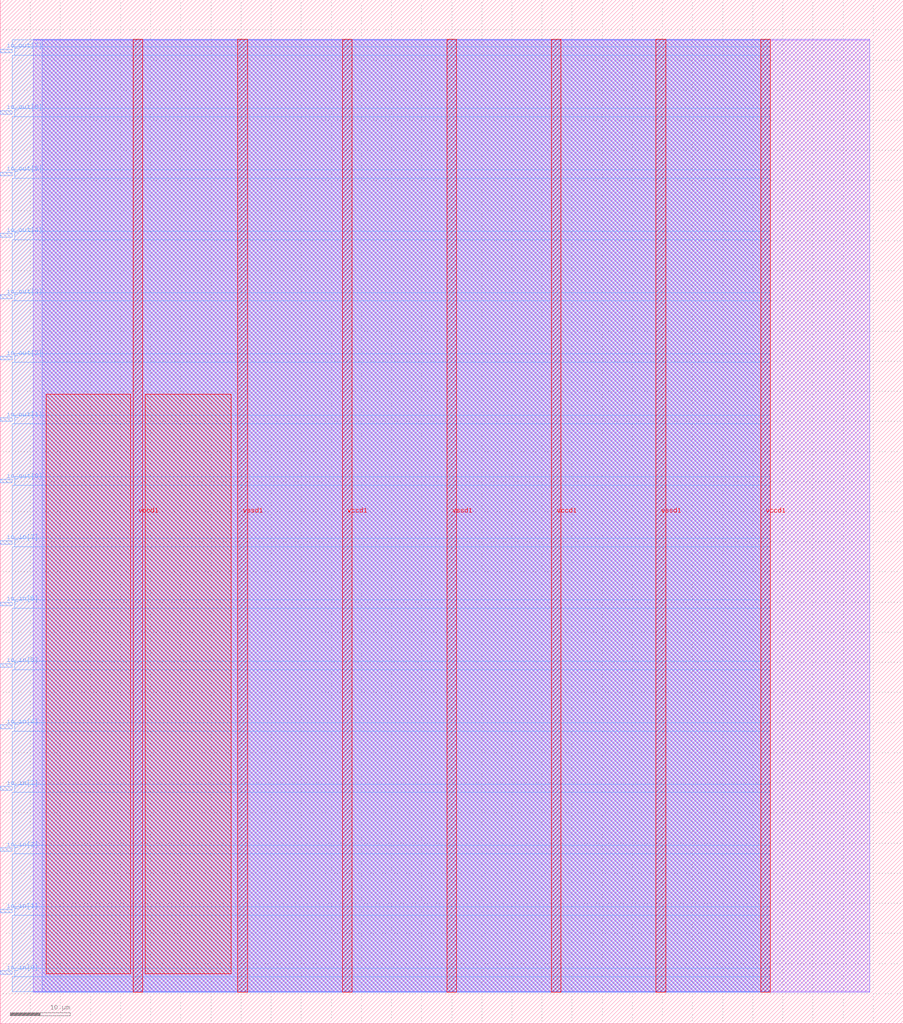
<source format=lef>
VERSION 5.7 ;
  NOWIREEXTENSIONATPIN ON ;
  DIVIDERCHAR "/" ;
  BUSBITCHARS "[]" ;
MACRO user_module_349953952950780498
  CLASS BLOCK ;
  FOREIGN user_module_349953952950780498 ;
  ORIGIN 0.000 0.000 ;
  SIZE 150.000 BY 170.000 ;
  PIN io_in[0]
    DIRECTION INPUT ;
    USE SIGNAL ;
    PORT
      LAYER met3 ;
        RECT 0.000 8.200 2.000 8.800 ;
    END
  END io_in[0]
  PIN io_in[1]
    DIRECTION INPUT ;
    USE SIGNAL ;
    PORT
      LAYER met3 ;
        RECT 0.000 18.400 2.000 19.000 ;
    END
  END io_in[1]
  PIN io_in[2]
    DIRECTION INPUT ;
    USE SIGNAL ;
    PORT
      LAYER met3 ;
        RECT 0.000 28.600 2.000 29.200 ;
    END
  END io_in[2]
  PIN io_in[3]
    DIRECTION INPUT ;
    USE SIGNAL ;
    PORT
      LAYER met3 ;
        RECT 0.000 38.800 2.000 39.400 ;
    END
  END io_in[3]
  PIN io_in[4]
    DIRECTION INPUT ;
    USE SIGNAL ;
    PORT
      LAYER met3 ;
        RECT 0.000 49.000 2.000 49.600 ;
    END
  END io_in[4]
  PIN io_in[5]
    DIRECTION INPUT ;
    USE SIGNAL ;
    PORT
      LAYER met3 ;
        RECT 0.000 59.200 2.000 59.800 ;
    END
  END io_in[5]
  PIN io_in[6]
    DIRECTION INPUT ;
    USE SIGNAL ;
    PORT
      LAYER met3 ;
        RECT 0.000 69.400 2.000 70.000 ;
    END
  END io_in[6]
  PIN io_in[7]
    DIRECTION INPUT ;
    USE SIGNAL ;
    PORT
      LAYER met3 ;
        RECT 0.000 79.600 2.000 80.200 ;
    END
  END io_in[7]
  PIN io_out[0]
    DIRECTION OUTPUT TRISTATE ;
    USE SIGNAL ;
    PORT
      LAYER met3 ;
        RECT 0.000 89.800 2.000 90.400 ;
    END
  END io_out[0]
  PIN io_out[1]
    DIRECTION OUTPUT TRISTATE ;
    USE SIGNAL ;
    PORT
      LAYER met3 ;
        RECT 0.000 100.000 2.000 100.600 ;
    END
  END io_out[1]
  PIN io_out[2]
    DIRECTION OUTPUT TRISTATE ;
    USE SIGNAL ;
    PORT
      LAYER met3 ;
        RECT 0.000 110.200 2.000 110.800 ;
    END
  END io_out[2]
  PIN io_out[3]
    DIRECTION OUTPUT TRISTATE ;
    USE SIGNAL ;
    PORT
      LAYER met3 ;
        RECT 0.000 120.400 2.000 121.000 ;
    END
  END io_out[3]
  PIN io_out[4]
    DIRECTION OUTPUT TRISTATE ;
    USE SIGNAL ;
    PORT
      LAYER met3 ;
        RECT 0.000 130.600 2.000 131.200 ;
    END
  END io_out[4]
  PIN io_out[5]
    DIRECTION OUTPUT TRISTATE ;
    USE SIGNAL ;
    PORT
      LAYER met3 ;
        RECT 0.000 140.800 2.000 141.400 ;
    END
  END io_out[5]
  PIN io_out[6]
    DIRECTION OUTPUT TRISTATE ;
    USE SIGNAL ;
    PORT
      LAYER met3 ;
        RECT 0.000 151.000 2.000 151.600 ;
    END
  END io_out[6]
  PIN io_out[7]
    DIRECTION OUTPUT TRISTATE ;
    USE SIGNAL ;
    PORT
      LAYER met3 ;
        RECT 0.000 161.200 2.000 161.800 ;
    END
  END io_out[7]
  PIN vccd1
    DIRECTION INOUT ;
    USE POWER ;
    PORT
      LAYER met4 ;
        RECT 22.090 5.200 23.690 163.440 ;
    END
    PORT
      LAYER met4 ;
        RECT 56.830 5.200 58.430 163.440 ;
    END
    PORT
      LAYER met4 ;
        RECT 91.570 5.200 93.170 163.440 ;
    END
    PORT
      LAYER met4 ;
        RECT 126.310 5.200 127.910 163.440 ;
    END
  END vccd1
  PIN vssd1
    DIRECTION INOUT ;
    USE GROUND ;
    PORT
      LAYER met4 ;
        RECT 39.460 5.200 41.060 163.440 ;
    END
    PORT
      LAYER met4 ;
        RECT 74.200 5.200 75.800 163.440 ;
    END
    PORT
      LAYER met4 ;
        RECT 108.940 5.200 110.540 163.440 ;
    END
  END vssd1
  OBS
      LAYER li1 ;
        RECT 5.520 5.355 144.440 163.285 ;
      LAYER met1 ;
        RECT 5.520 5.200 144.440 163.440 ;
      LAYER met2 ;
        RECT 6.990 5.255 127.880 163.385 ;
      LAYER met3 ;
        RECT 2.000 162.200 127.900 163.365 ;
        RECT 2.400 160.800 127.900 162.200 ;
        RECT 2.000 152.000 127.900 160.800 ;
        RECT 2.400 150.600 127.900 152.000 ;
        RECT 2.000 141.800 127.900 150.600 ;
        RECT 2.400 140.400 127.900 141.800 ;
        RECT 2.000 131.600 127.900 140.400 ;
        RECT 2.400 130.200 127.900 131.600 ;
        RECT 2.000 121.400 127.900 130.200 ;
        RECT 2.400 120.000 127.900 121.400 ;
        RECT 2.000 111.200 127.900 120.000 ;
        RECT 2.400 109.800 127.900 111.200 ;
        RECT 2.000 101.000 127.900 109.800 ;
        RECT 2.400 99.600 127.900 101.000 ;
        RECT 2.000 90.800 127.900 99.600 ;
        RECT 2.400 89.400 127.900 90.800 ;
        RECT 2.000 80.600 127.900 89.400 ;
        RECT 2.400 79.200 127.900 80.600 ;
        RECT 2.000 70.400 127.900 79.200 ;
        RECT 2.400 69.000 127.900 70.400 ;
        RECT 2.000 60.200 127.900 69.000 ;
        RECT 2.400 58.800 127.900 60.200 ;
        RECT 2.000 50.000 127.900 58.800 ;
        RECT 2.400 48.600 127.900 50.000 ;
        RECT 2.000 39.800 127.900 48.600 ;
        RECT 2.400 38.400 127.900 39.800 ;
        RECT 2.000 29.600 127.900 38.400 ;
        RECT 2.400 28.200 127.900 29.600 ;
        RECT 2.000 19.400 127.900 28.200 ;
        RECT 2.400 18.000 127.900 19.400 ;
        RECT 2.000 9.200 127.900 18.000 ;
        RECT 2.400 7.800 127.900 9.200 ;
        RECT 2.000 5.275 127.900 7.800 ;
      LAYER met4 ;
        RECT 7.655 8.335 21.690 104.545 ;
        RECT 24.090 8.335 38.345 104.545 ;
  END
END user_module_349953952950780498
END LIBRARY


</source>
